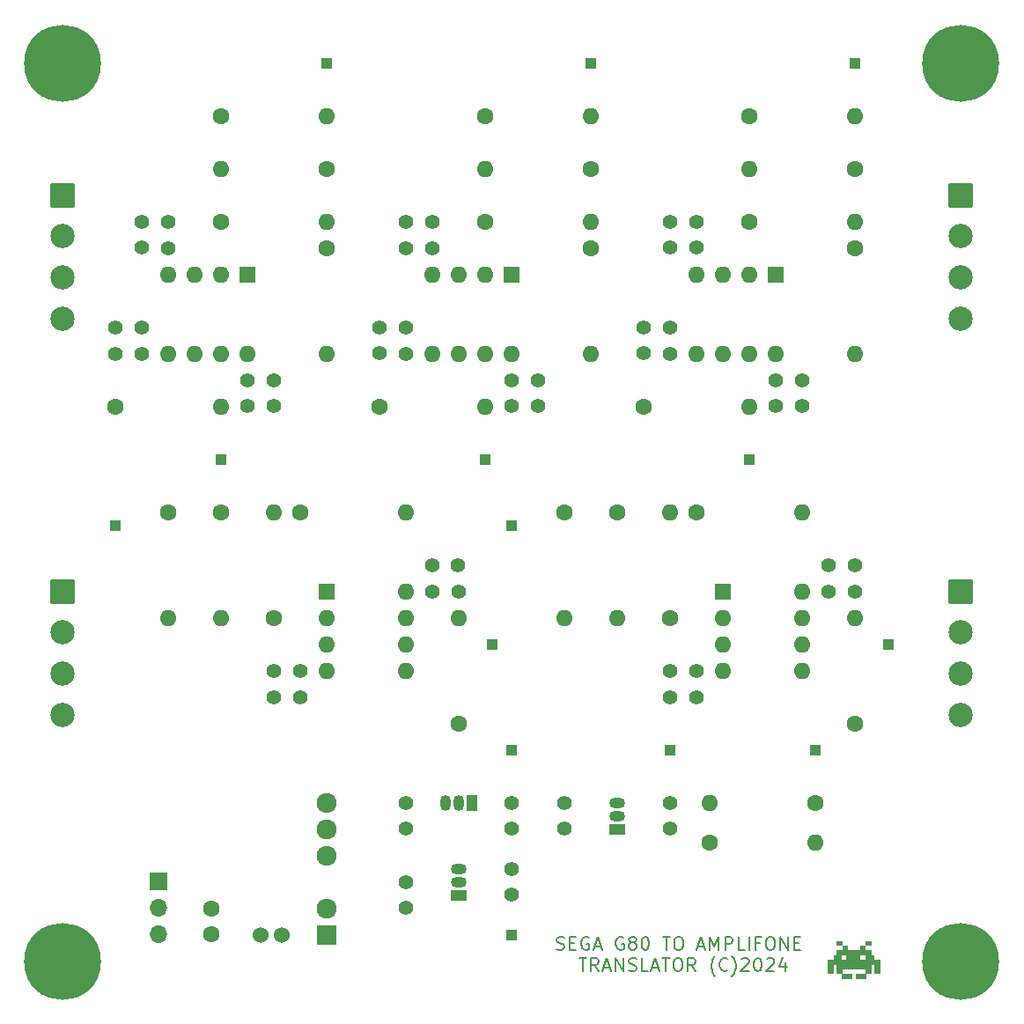
<source format=gbr>
%TF.GenerationSoftware,KiCad,Pcbnew,8.0.2*%
%TF.CreationDate,2024-06-01T12:45:59-06:00*%
%TF.ProjectId,amplifone-sega-adapter,616d706c-6966-46f6-9e65-2d736567612d,rev?*%
%TF.SameCoordinates,Original*%
%TF.FileFunction,Soldermask,Top*%
%TF.FilePolarity,Negative*%
%FSLAX46Y46*%
G04 Gerber Fmt 4.6, Leading zero omitted, Abs format (unit mm)*
G04 Created by KiCad (PCBNEW 8.0.2) date 2024-06-01 12:45:59*
%MOMM*%
%LPD*%
G01*
G04 APERTURE LIST*
G04 Aperture macros list*
%AMRoundRect*
0 Rectangle with rounded corners*
0 $1 Rounding radius*
0 $2 $3 $4 $5 $6 $7 $8 $9 X,Y pos of 4 corners*
0 Add a 4 corners polygon primitive as box body*
4,1,4,$2,$3,$4,$5,$6,$7,$8,$9,$2,$3,0*
0 Add four circle primitives for the rounded corners*
1,1,$1+$1,$2,$3*
1,1,$1+$1,$4,$5*
1,1,$1+$1,$6,$7*
1,1,$1+$1,$8,$9*
0 Add four rect primitives between the rounded corners*
20,1,$1+$1,$2,$3,$4,$5,0*
20,1,$1+$1,$4,$5,$6,$7,0*
20,1,$1+$1,$6,$7,$8,$9,0*
20,1,$1+$1,$8,$9,$2,$3,0*%
G04 Aperture macros list end*
%ADD10C,0.203200*%
%ADD11C,0.000000*%
%ADD12C,1.400000*%
%ADD13C,1.600000*%
%ADD14O,1.600000X1.600000*%
%ADD15RoundRect,0.102000X-1.065000X1.065000X-1.065000X-1.065000X1.065000X-1.065000X1.065000X1.065000X0*%
%ADD16C,2.334000*%
%ADD17C,0.800000*%
%ADD18C,7.400000*%
%ADD19R,1.000000X1.000000*%
%ADD20R,1.600000X1.600000*%
%ADD21RoundRect,0.102000X0.862500X-0.862500X0.862500X0.862500X-0.862500X0.862500X-0.862500X-0.862500X0*%
%ADD22C,1.929000*%
%ADD23R,1.500000X1.050000*%
%ADD24O,1.500000X1.050000*%
%ADD25R,1.050000X1.500000*%
%ADD26O,1.050000X1.500000*%
%ADD27R,1.700000X1.700000*%
%ADD28O,1.700000X1.700000*%
%ADD29C,1.524000*%
G04 APERTURE END LIST*
D10*
X75413809Y-113159169D02*
X75595238Y-113219645D01*
X75595238Y-113219645D02*
X75897619Y-113219645D01*
X75897619Y-113219645D02*
X76018571Y-113159169D01*
X76018571Y-113159169D02*
X76079047Y-113098692D01*
X76079047Y-113098692D02*
X76139524Y-112977740D01*
X76139524Y-112977740D02*
X76139524Y-112856788D01*
X76139524Y-112856788D02*
X76079047Y-112735835D01*
X76079047Y-112735835D02*
X76018571Y-112675359D01*
X76018571Y-112675359D02*
X75897619Y-112614883D01*
X75897619Y-112614883D02*
X75655714Y-112554407D01*
X75655714Y-112554407D02*
X75534762Y-112493930D01*
X75534762Y-112493930D02*
X75474285Y-112433454D01*
X75474285Y-112433454D02*
X75413809Y-112312502D01*
X75413809Y-112312502D02*
X75413809Y-112191549D01*
X75413809Y-112191549D02*
X75474285Y-112070597D01*
X75474285Y-112070597D02*
X75534762Y-112010121D01*
X75534762Y-112010121D02*
X75655714Y-111949645D01*
X75655714Y-111949645D02*
X75958095Y-111949645D01*
X75958095Y-111949645D02*
X76139524Y-112010121D01*
X76683809Y-112554407D02*
X77107143Y-112554407D01*
X77288571Y-113219645D02*
X76683809Y-113219645D01*
X76683809Y-113219645D02*
X76683809Y-111949645D01*
X76683809Y-111949645D02*
X77288571Y-111949645D01*
X78498096Y-112010121D02*
X78377143Y-111949645D01*
X78377143Y-111949645D02*
X78195715Y-111949645D01*
X78195715Y-111949645D02*
X78014286Y-112010121D01*
X78014286Y-112010121D02*
X77893334Y-112131073D01*
X77893334Y-112131073D02*
X77832857Y-112252026D01*
X77832857Y-112252026D02*
X77772381Y-112493930D01*
X77772381Y-112493930D02*
X77772381Y-112675359D01*
X77772381Y-112675359D02*
X77832857Y-112917264D01*
X77832857Y-112917264D02*
X77893334Y-113038216D01*
X77893334Y-113038216D02*
X78014286Y-113159169D01*
X78014286Y-113159169D02*
X78195715Y-113219645D01*
X78195715Y-113219645D02*
X78316667Y-113219645D01*
X78316667Y-113219645D02*
X78498096Y-113159169D01*
X78498096Y-113159169D02*
X78558572Y-113098692D01*
X78558572Y-113098692D02*
X78558572Y-112675359D01*
X78558572Y-112675359D02*
X78316667Y-112675359D01*
X79042381Y-112856788D02*
X79647143Y-112856788D01*
X78921429Y-113219645D02*
X79344762Y-111949645D01*
X79344762Y-111949645D02*
X79768096Y-113219645D01*
X81824286Y-112010121D02*
X81703333Y-111949645D01*
X81703333Y-111949645D02*
X81521905Y-111949645D01*
X81521905Y-111949645D02*
X81340476Y-112010121D01*
X81340476Y-112010121D02*
X81219524Y-112131073D01*
X81219524Y-112131073D02*
X81159047Y-112252026D01*
X81159047Y-112252026D02*
X81098571Y-112493930D01*
X81098571Y-112493930D02*
X81098571Y-112675359D01*
X81098571Y-112675359D02*
X81159047Y-112917264D01*
X81159047Y-112917264D02*
X81219524Y-113038216D01*
X81219524Y-113038216D02*
X81340476Y-113159169D01*
X81340476Y-113159169D02*
X81521905Y-113219645D01*
X81521905Y-113219645D02*
X81642857Y-113219645D01*
X81642857Y-113219645D02*
X81824286Y-113159169D01*
X81824286Y-113159169D02*
X81884762Y-113098692D01*
X81884762Y-113098692D02*
X81884762Y-112675359D01*
X81884762Y-112675359D02*
X81642857Y-112675359D01*
X82610476Y-112493930D02*
X82489524Y-112433454D01*
X82489524Y-112433454D02*
X82429047Y-112372978D01*
X82429047Y-112372978D02*
X82368571Y-112252026D01*
X82368571Y-112252026D02*
X82368571Y-112191549D01*
X82368571Y-112191549D02*
X82429047Y-112070597D01*
X82429047Y-112070597D02*
X82489524Y-112010121D01*
X82489524Y-112010121D02*
X82610476Y-111949645D01*
X82610476Y-111949645D02*
X82852381Y-111949645D01*
X82852381Y-111949645D02*
X82973333Y-112010121D01*
X82973333Y-112010121D02*
X83033809Y-112070597D01*
X83033809Y-112070597D02*
X83094286Y-112191549D01*
X83094286Y-112191549D02*
X83094286Y-112252026D01*
X83094286Y-112252026D02*
X83033809Y-112372978D01*
X83033809Y-112372978D02*
X82973333Y-112433454D01*
X82973333Y-112433454D02*
X82852381Y-112493930D01*
X82852381Y-112493930D02*
X82610476Y-112493930D01*
X82610476Y-112493930D02*
X82489524Y-112554407D01*
X82489524Y-112554407D02*
X82429047Y-112614883D01*
X82429047Y-112614883D02*
X82368571Y-112735835D01*
X82368571Y-112735835D02*
X82368571Y-112977740D01*
X82368571Y-112977740D02*
X82429047Y-113098692D01*
X82429047Y-113098692D02*
X82489524Y-113159169D01*
X82489524Y-113159169D02*
X82610476Y-113219645D01*
X82610476Y-113219645D02*
X82852381Y-113219645D01*
X82852381Y-113219645D02*
X82973333Y-113159169D01*
X82973333Y-113159169D02*
X83033809Y-113098692D01*
X83033809Y-113098692D02*
X83094286Y-112977740D01*
X83094286Y-112977740D02*
X83094286Y-112735835D01*
X83094286Y-112735835D02*
X83033809Y-112614883D01*
X83033809Y-112614883D02*
X82973333Y-112554407D01*
X82973333Y-112554407D02*
X82852381Y-112493930D01*
X83880476Y-111949645D02*
X84001429Y-111949645D01*
X84001429Y-111949645D02*
X84122381Y-112010121D01*
X84122381Y-112010121D02*
X84182857Y-112070597D01*
X84182857Y-112070597D02*
X84243333Y-112191549D01*
X84243333Y-112191549D02*
X84303810Y-112433454D01*
X84303810Y-112433454D02*
X84303810Y-112735835D01*
X84303810Y-112735835D02*
X84243333Y-112977740D01*
X84243333Y-112977740D02*
X84182857Y-113098692D01*
X84182857Y-113098692D02*
X84122381Y-113159169D01*
X84122381Y-113159169D02*
X84001429Y-113219645D01*
X84001429Y-113219645D02*
X83880476Y-113219645D01*
X83880476Y-113219645D02*
X83759524Y-113159169D01*
X83759524Y-113159169D02*
X83699048Y-113098692D01*
X83699048Y-113098692D02*
X83638571Y-112977740D01*
X83638571Y-112977740D02*
X83578095Y-112735835D01*
X83578095Y-112735835D02*
X83578095Y-112433454D01*
X83578095Y-112433454D02*
X83638571Y-112191549D01*
X83638571Y-112191549D02*
X83699048Y-112070597D01*
X83699048Y-112070597D02*
X83759524Y-112010121D01*
X83759524Y-112010121D02*
X83880476Y-111949645D01*
X85634286Y-111949645D02*
X86360000Y-111949645D01*
X85997143Y-113219645D02*
X85997143Y-111949645D01*
X87025238Y-111949645D02*
X87267143Y-111949645D01*
X87267143Y-111949645D02*
X87388095Y-112010121D01*
X87388095Y-112010121D02*
X87509048Y-112131073D01*
X87509048Y-112131073D02*
X87569524Y-112372978D01*
X87569524Y-112372978D02*
X87569524Y-112796311D01*
X87569524Y-112796311D02*
X87509048Y-113038216D01*
X87509048Y-113038216D02*
X87388095Y-113159169D01*
X87388095Y-113159169D02*
X87267143Y-113219645D01*
X87267143Y-113219645D02*
X87025238Y-113219645D01*
X87025238Y-113219645D02*
X86904286Y-113159169D01*
X86904286Y-113159169D02*
X86783333Y-113038216D01*
X86783333Y-113038216D02*
X86722857Y-112796311D01*
X86722857Y-112796311D02*
X86722857Y-112372978D01*
X86722857Y-112372978D02*
X86783333Y-112131073D01*
X86783333Y-112131073D02*
X86904286Y-112010121D01*
X86904286Y-112010121D02*
X87025238Y-111949645D01*
X89020952Y-112856788D02*
X89625714Y-112856788D01*
X88900000Y-113219645D02*
X89323333Y-111949645D01*
X89323333Y-111949645D02*
X89746667Y-113219645D01*
X90169999Y-113219645D02*
X90169999Y-111949645D01*
X90169999Y-111949645D02*
X90593333Y-112856788D01*
X90593333Y-112856788D02*
X91016666Y-111949645D01*
X91016666Y-111949645D02*
X91016666Y-113219645D01*
X91621428Y-113219645D02*
X91621428Y-111949645D01*
X91621428Y-111949645D02*
X92105238Y-111949645D01*
X92105238Y-111949645D02*
X92226190Y-112010121D01*
X92226190Y-112010121D02*
X92286667Y-112070597D01*
X92286667Y-112070597D02*
X92347143Y-112191549D01*
X92347143Y-112191549D02*
X92347143Y-112372978D01*
X92347143Y-112372978D02*
X92286667Y-112493930D01*
X92286667Y-112493930D02*
X92226190Y-112554407D01*
X92226190Y-112554407D02*
X92105238Y-112614883D01*
X92105238Y-112614883D02*
X91621428Y-112614883D01*
X93496190Y-113219645D02*
X92891428Y-113219645D01*
X92891428Y-113219645D02*
X92891428Y-111949645D01*
X93919523Y-113219645D02*
X93919523Y-111949645D01*
X94947619Y-112554407D02*
X94524285Y-112554407D01*
X94524285Y-113219645D02*
X94524285Y-111949645D01*
X94524285Y-111949645D02*
X95129047Y-111949645D01*
X95854761Y-111949645D02*
X96096666Y-111949645D01*
X96096666Y-111949645D02*
X96217618Y-112010121D01*
X96217618Y-112010121D02*
X96338571Y-112131073D01*
X96338571Y-112131073D02*
X96399047Y-112372978D01*
X96399047Y-112372978D02*
X96399047Y-112796311D01*
X96399047Y-112796311D02*
X96338571Y-113038216D01*
X96338571Y-113038216D02*
X96217618Y-113159169D01*
X96217618Y-113159169D02*
X96096666Y-113219645D01*
X96096666Y-113219645D02*
X95854761Y-113219645D01*
X95854761Y-113219645D02*
X95733809Y-113159169D01*
X95733809Y-113159169D02*
X95612856Y-113038216D01*
X95612856Y-113038216D02*
X95552380Y-112796311D01*
X95552380Y-112796311D02*
X95552380Y-112372978D01*
X95552380Y-112372978D02*
X95612856Y-112131073D01*
X95612856Y-112131073D02*
X95733809Y-112010121D01*
X95733809Y-112010121D02*
X95854761Y-111949645D01*
X96943332Y-113219645D02*
X96943332Y-111949645D01*
X96943332Y-111949645D02*
X97669047Y-113219645D01*
X97669047Y-113219645D02*
X97669047Y-111949645D01*
X98273808Y-112554407D02*
X98697142Y-112554407D01*
X98878570Y-113219645D02*
X98273808Y-113219645D01*
X98273808Y-113219645D02*
X98273808Y-111949645D01*
X98273808Y-111949645D02*
X98878570Y-111949645D01*
X77590952Y-113994274D02*
X78316666Y-113994274D01*
X77953809Y-115264274D02*
X77953809Y-113994274D01*
X79465714Y-115264274D02*
X79042380Y-114659512D01*
X78739999Y-115264274D02*
X78739999Y-113994274D01*
X78739999Y-113994274D02*
X79223809Y-113994274D01*
X79223809Y-113994274D02*
X79344761Y-114054750D01*
X79344761Y-114054750D02*
X79405238Y-114115226D01*
X79405238Y-114115226D02*
X79465714Y-114236178D01*
X79465714Y-114236178D02*
X79465714Y-114417607D01*
X79465714Y-114417607D02*
X79405238Y-114538559D01*
X79405238Y-114538559D02*
X79344761Y-114599036D01*
X79344761Y-114599036D02*
X79223809Y-114659512D01*
X79223809Y-114659512D02*
X78739999Y-114659512D01*
X79949523Y-114901417D02*
X80554285Y-114901417D01*
X79828571Y-115264274D02*
X80251904Y-113994274D01*
X80251904Y-113994274D02*
X80675238Y-115264274D01*
X81098570Y-115264274D02*
X81098570Y-113994274D01*
X81098570Y-113994274D02*
X81824285Y-115264274D01*
X81824285Y-115264274D02*
X81824285Y-113994274D01*
X82368570Y-115203798D02*
X82549999Y-115264274D01*
X82549999Y-115264274D02*
X82852380Y-115264274D01*
X82852380Y-115264274D02*
X82973332Y-115203798D01*
X82973332Y-115203798D02*
X83033808Y-115143321D01*
X83033808Y-115143321D02*
X83094285Y-115022369D01*
X83094285Y-115022369D02*
X83094285Y-114901417D01*
X83094285Y-114901417D02*
X83033808Y-114780464D01*
X83033808Y-114780464D02*
X82973332Y-114719988D01*
X82973332Y-114719988D02*
X82852380Y-114659512D01*
X82852380Y-114659512D02*
X82610475Y-114599036D01*
X82610475Y-114599036D02*
X82489523Y-114538559D01*
X82489523Y-114538559D02*
X82429046Y-114478083D01*
X82429046Y-114478083D02*
X82368570Y-114357131D01*
X82368570Y-114357131D02*
X82368570Y-114236178D01*
X82368570Y-114236178D02*
X82429046Y-114115226D01*
X82429046Y-114115226D02*
X82489523Y-114054750D01*
X82489523Y-114054750D02*
X82610475Y-113994274D01*
X82610475Y-113994274D02*
X82912856Y-113994274D01*
X82912856Y-113994274D02*
X83094285Y-114054750D01*
X84243332Y-115264274D02*
X83638570Y-115264274D01*
X83638570Y-115264274D02*
X83638570Y-113994274D01*
X84606189Y-114901417D02*
X85210951Y-114901417D01*
X84485237Y-115264274D02*
X84908570Y-113994274D01*
X84908570Y-113994274D02*
X85331904Y-115264274D01*
X85573808Y-113994274D02*
X86299522Y-113994274D01*
X85936665Y-115264274D02*
X85936665Y-113994274D01*
X86964760Y-113994274D02*
X87206665Y-113994274D01*
X87206665Y-113994274D02*
X87327617Y-114054750D01*
X87327617Y-114054750D02*
X87448570Y-114175702D01*
X87448570Y-114175702D02*
X87509046Y-114417607D01*
X87509046Y-114417607D02*
X87509046Y-114840940D01*
X87509046Y-114840940D02*
X87448570Y-115082845D01*
X87448570Y-115082845D02*
X87327617Y-115203798D01*
X87327617Y-115203798D02*
X87206665Y-115264274D01*
X87206665Y-115264274D02*
X86964760Y-115264274D01*
X86964760Y-115264274D02*
X86843808Y-115203798D01*
X86843808Y-115203798D02*
X86722855Y-115082845D01*
X86722855Y-115082845D02*
X86662379Y-114840940D01*
X86662379Y-114840940D02*
X86662379Y-114417607D01*
X86662379Y-114417607D02*
X86722855Y-114175702D01*
X86722855Y-114175702D02*
X86843808Y-114054750D01*
X86843808Y-114054750D02*
X86964760Y-113994274D01*
X88779046Y-115264274D02*
X88355712Y-114659512D01*
X88053331Y-115264274D02*
X88053331Y-113994274D01*
X88053331Y-113994274D02*
X88537141Y-113994274D01*
X88537141Y-113994274D02*
X88658093Y-114054750D01*
X88658093Y-114054750D02*
X88718570Y-114115226D01*
X88718570Y-114115226D02*
X88779046Y-114236178D01*
X88779046Y-114236178D02*
X88779046Y-114417607D01*
X88779046Y-114417607D02*
X88718570Y-114538559D01*
X88718570Y-114538559D02*
X88658093Y-114599036D01*
X88658093Y-114599036D02*
X88537141Y-114659512D01*
X88537141Y-114659512D02*
X88053331Y-114659512D01*
X90653808Y-115748083D02*
X90593331Y-115687607D01*
X90593331Y-115687607D02*
X90472379Y-115506178D01*
X90472379Y-115506178D02*
X90411903Y-115385226D01*
X90411903Y-115385226D02*
X90351427Y-115203798D01*
X90351427Y-115203798D02*
X90290950Y-114901417D01*
X90290950Y-114901417D02*
X90290950Y-114659512D01*
X90290950Y-114659512D02*
X90351427Y-114357131D01*
X90351427Y-114357131D02*
X90411903Y-114175702D01*
X90411903Y-114175702D02*
X90472379Y-114054750D01*
X90472379Y-114054750D02*
X90593331Y-113873321D01*
X90593331Y-113873321D02*
X90653808Y-113812845D01*
X91863332Y-115143321D02*
X91802856Y-115203798D01*
X91802856Y-115203798D02*
X91621427Y-115264274D01*
X91621427Y-115264274D02*
X91500475Y-115264274D01*
X91500475Y-115264274D02*
X91319046Y-115203798D01*
X91319046Y-115203798D02*
X91198094Y-115082845D01*
X91198094Y-115082845D02*
X91137617Y-114961893D01*
X91137617Y-114961893D02*
X91077141Y-114719988D01*
X91077141Y-114719988D02*
X91077141Y-114538559D01*
X91077141Y-114538559D02*
X91137617Y-114296655D01*
X91137617Y-114296655D02*
X91198094Y-114175702D01*
X91198094Y-114175702D02*
X91319046Y-114054750D01*
X91319046Y-114054750D02*
X91500475Y-113994274D01*
X91500475Y-113994274D02*
X91621427Y-113994274D01*
X91621427Y-113994274D02*
X91802856Y-114054750D01*
X91802856Y-114054750D02*
X91863332Y-114115226D01*
X92286665Y-115748083D02*
X92347141Y-115687607D01*
X92347141Y-115687607D02*
X92468094Y-115506178D01*
X92468094Y-115506178D02*
X92528570Y-115385226D01*
X92528570Y-115385226D02*
X92589046Y-115203798D01*
X92589046Y-115203798D02*
X92649522Y-114901417D01*
X92649522Y-114901417D02*
X92649522Y-114659512D01*
X92649522Y-114659512D02*
X92589046Y-114357131D01*
X92589046Y-114357131D02*
X92528570Y-114175702D01*
X92528570Y-114175702D02*
X92468094Y-114054750D01*
X92468094Y-114054750D02*
X92347141Y-113873321D01*
X92347141Y-113873321D02*
X92286665Y-113812845D01*
X93193808Y-114115226D02*
X93254284Y-114054750D01*
X93254284Y-114054750D02*
X93375237Y-113994274D01*
X93375237Y-113994274D02*
X93677618Y-113994274D01*
X93677618Y-113994274D02*
X93798570Y-114054750D01*
X93798570Y-114054750D02*
X93859046Y-114115226D01*
X93859046Y-114115226D02*
X93919523Y-114236178D01*
X93919523Y-114236178D02*
X93919523Y-114357131D01*
X93919523Y-114357131D02*
X93859046Y-114538559D01*
X93859046Y-114538559D02*
X93133332Y-115264274D01*
X93133332Y-115264274D02*
X93919523Y-115264274D01*
X94705713Y-113994274D02*
X94826666Y-113994274D01*
X94826666Y-113994274D02*
X94947618Y-114054750D01*
X94947618Y-114054750D02*
X95008094Y-114115226D01*
X95008094Y-114115226D02*
X95068570Y-114236178D01*
X95068570Y-114236178D02*
X95129047Y-114478083D01*
X95129047Y-114478083D02*
X95129047Y-114780464D01*
X95129047Y-114780464D02*
X95068570Y-115022369D01*
X95068570Y-115022369D02*
X95008094Y-115143321D01*
X95008094Y-115143321D02*
X94947618Y-115203798D01*
X94947618Y-115203798D02*
X94826666Y-115264274D01*
X94826666Y-115264274D02*
X94705713Y-115264274D01*
X94705713Y-115264274D02*
X94584761Y-115203798D01*
X94584761Y-115203798D02*
X94524285Y-115143321D01*
X94524285Y-115143321D02*
X94463808Y-115022369D01*
X94463808Y-115022369D02*
X94403332Y-114780464D01*
X94403332Y-114780464D02*
X94403332Y-114478083D01*
X94403332Y-114478083D02*
X94463808Y-114236178D01*
X94463808Y-114236178D02*
X94524285Y-114115226D01*
X94524285Y-114115226D02*
X94584761Y-114054750D01*
X94584761Y-114054750D02*
X94705713Y-113994274D01*
X95612856Y-114115226D02*
X95673332Y-114054750D01*
X95673332Y-114054750D02*
X95794285Y-113994274D01*
X95794285Y-113994274D02*
X96096666Y-113994274D01*
X96096666Y-113994274D02*
X96217618Y-114054750D01*
X96217618Y-114054750D02*
X96278094Y-114115226D01*
X96278094Y-114115226D02*
X96338571Y-114236178D01*
X96338571Y-114236178D02*
X96338571Y-114357131D01*
X96338571Y-114357131D02*
X96278094Y-114538559D01*
X96278094Y-114538559D02*
X95552380Y-115264274D01*
X95552380Y-115264274D02*
X96338571Y-115264274D01*
X97427142Y-114417607D02*
X97427142Y-115264274D01*
X97124761Y-113933798D02*
X96822380Y-114840940D01*
X96822380Y-114840940D02*
X97608571Y-114840940D01*
D11*
%TO.C,G\u002A\u002A\u002A*%
G36*
X102957328Y-112817918D02*
G01*
X102353517Y-112817918D01*
X102353517Y-112363811D01*
X102957328Y-112363811D01*
X102957328Y-112817918D01*
G37*
G36*
X105686955Y-112817918D02*
G01*
X105083143Y-112817918D01*
X105083143Y-112363811D01*
X105686955Y-112363811D01*
X105686955Y-112817918D01*
G37*
G36*
X103412631Y-113043723D02*
G01*
X103413929Y-113269529D01*
X104626542Y-113269529D01*
X104627841Y-113043723D01*
X104629139Y-112817918D01*
X105083143Y-112817918D01*
X105083143Y-113272024D01*
X105686955Y-113272024D01*
X105686955Y-113725983D01*
X105988861Y-113728625D01*
X105990159Y-113954391D01*
X105991457Y-114180158D01*
X106292065Y-114181444D01*
X106592672Y-114182731D01*
X106593937Y-114865177D01*
X106595203Y-115547622D01*
X106294527Y-115546336D01*
X105993851Y-115545049D01*
X105988861Y-114636837D01*
X105849136Y-114635437D01*
X105812254Y-114635167D01*
X105778215Y-114635107D01*
X105748420Y-114635243D01*
X105724270Y-114635564D01*
X105707166Y-114636058D01*
X105698510Y-114636711D01*
X105698183Y-114636780D01*
X105686955Y-114639522D01*
X105686955Y-115547544D01*
X105232950Y-115547544D01*
X105231652Y-115773350D01*
X105230354Y-115999155D01*
X104172436Y-115999155D01*
X104171138Y-115773376D01*
X104169839Y-115547597D01*
X104625244Y-115546323D01*
X105080648Y-115545049D01*
X105081947Y-115319244D01*
X105083245Y-115093438D01*
X102957226Y-115093438D01*
X102958525Y-115319244D01*
X102959823Y-115545049D01*
X103415228Y-115546323D01*
X103870632Y-115547597D01*
X103869334Y-115773376D01*
X103868035Y-115999155D01*
X103341179Y-116000426D01*
X103269500Y-116000567D01*
X103200635Y-116000642D01*
X103135239Y-116000654D01*
X103073967Y-116000604D01*
X103017476Y-116000496D01*
X102966420Y-116000332D01*
X102921457Y-116000114D01*
X102883240Y-115999846D01*
X102852427Y-115999529D01*
X102829673Y-115999166D01*
X102815634Y-115998760D01*
X102810972Y-115998346D01*
X102810280Y-115992814D01*
X102809636Y-115978320D01*
X102809055Y-115955880D01*
X102808553Y-115926514D01*
X102808144Y-115891239D01*
X102807843Y-115851072D01*
X102807666Y-115807031D01*
X102807623Y-115771271D01*
X102807623Y-115547544D01*
X102353517Y-115547544D01*
X102353517Y-114639522D01*
X102342289Y-114636780D01*
X102334492Y-114636112D01*
X102318118Y-114635603D01*
X102294566Y-114635266D01*
X102265239Y-114635111D01*
X102231537Y-114635153D01*
X102194862Y-114635403D01*
X102191336Y-114635437D01*
X102051611Y-114636837D01*
X102046621Y-115545049D01*
X101745945Y-115546336D01*
X101445269Y-115547622D01*
X101446534Y-114865177D01*
X101447800Y-114182731D01*
X101748407Y-114181444D01*
X102030781Y-114180236D01*
X102807521Y-114180236D01*
X103261729Y-114180236D01*
X104628936Y-114180236D01*
X105083143Y-114180236D01*
X105083143Y-113731310D01*
X105071916Y-113728581D01*
X105064662Y-113728035D01*
X105048519Y-113727589D01*
X105024578Y-113727249D01*
X104993931Y-113727023D01*
X104957668Y-113726917D01*
X104916880Y-113726936D01*
X104872659Y-113727089D01*
X104846110Y-113727239D01*
X104631532Y-113728625D01*
X104630234Y-113954430D01*
X104628936Y-114180236D01*
X103261729Y-114180236D01*
X103261729Y-113726028D01*
X103035923Y-113727326D01*
X102810118Y-113728625D01*
X102808819Y-113954430D01*
X102807521Y-114180236D01*
X102030781Y-114180236D01*
X102049014Y-114180158D01*
X102050313Y-113954391D01*
X102051611Y-113728625D01*
X102353517Y-113725983D01*
X102353517Y-113272024D01*
X102957328Y-113272024D01*
X102957328Y-112817918D01*
X103411332Y-112817918D01*
X103412631Y-113043723D01*
G37*
%TD*%
D12*
%TO.C,C33*%
X35560000Y-55880000D03*
X35560000Y-53380000D03*
%TD*%
%TO.C,C32*%
X33020000Y-55880000D03*
X33020000Y-53380000D03*
%TD*%
%TO.C,C31*%
X60960000Y-55880000D03*
X60960000Y-53380000D03*
%TD*%
%TO.C,C30*%
X58420000Y-55860000D03*
X58420000Y-53360000D03*
%TD*%
%TO.C,C24*%
X86360000Y-43180000D03*
X86360000Y-45680000D03*
%TD*%
D13*
%TO.C,R3*%
X43140000Y-71120000D03*
D14*
X43140000Y-81280000D03*
%TD*%
D15*
%TO.C,J4*%
X114300000Y-40640000D03*
D16*
X114300000Y-44600000D03*
X114300000Y-48560000D03*
X114300000Y-52520000D03*
%TD*%
D13*
%TO.C,R9*%
X93980000Y-43180000D03*
D14*
X104140000Y-43180000D03*
%TD*%
D12*
%TO.C,C9*%
X63460000Y-76200000D03*
X65960000Y-76200000D03*
%TD*%
D17*
%TO.C,H1*%
X25165000Y-27940000D03*
X25977779Y-25977779D03*
X25977779Y-29902221D03*
X27940000Y-25165000D03*
D18*
X27940000Y-27940000D03*
D17*
X27940000Y-30715000D03*
X29902221Y-25977779D03*
X29902221Y-29902221D03*
X30715000Y-27940000D03*
%TD*%
%TO.C,H3*%
X25165000Y-114300000D03*
X25977779Y-112337779D03*
X25977779Y-116262221D03*
X27940000Y-111525000D03*
D18*
X27940000Y-114300000D03*
D17*
X27940000Y-117075000D03*
X29902221Y-112337779D03*
X29902221Y-116262221D03*
X30715000Y-114300000D03*
%TD*%
D13*
%TO.C,R21*%
X53340000Y-45720000D03*
D14*
X53340000Y-55880000D03*
%TD*%
D13*
%TO.C,R7*%
X83820000Y-60960000D03*
D14*
X93980000Y-60960000D03*
%TD*%
D12*
%TO.C,C16*%
X71120000Y-58420000D03*
X71120000Y-60920000D03*
%TD*%
D19*
%TO.C,TP12*%
X43180000Y-66040000D03*
%TD*%
D13*
%TO.C,R8*%
X48220000Y-81280000D03*
D14*
X48220000Y-71120000D03*
%TD*%
D20*
%TO.C,U5*%
X45720000Y-48260000D03*
D14*
X43180000Y-48260000D03*
X40640000Y-48260000D03*
X38100000Y-48260000D03*
X38100000Y-55880000D03*
X40640000Y-55880000D03*
X43180000Y-55880000D03*
X45720000Y-55880000D03*
%TD*%
D15*
%TO.C,J3*%
X114300000Y-78740000D03*
D16*
X114300000Y-82700000D03*
X114300000Y-86660000D03*
X114300000Y-90620000D03*
%TD*%
D19*
%TO.C,TP6*%
X78740000Y-27940000D03*
%TD*%
D13*
%TO.C,R5*%
X38060000Y-71120000D03*
D14*
X38060000Y-81280000D03*
%TD*%
D19*
%TO.C,TP9*%
X71120000Y-72390000D03*
%TD*%
D12*
%TO.C,C4*%
X86360000Y-55880000D03*
X86360000Y-53380000D03*
%TD*%
D13*
%TO.C,R22*%
X53340000Y-38100000D03*
D14*
X43180000Y-38100000D03*
%TD*%
D12*
%TO.C,C15*%
X73660000Y-58420000D03*
X73660000Y-60920000D03*
%TD*%
D13*
%TO.C,R2*%
X104140000Y-45720000D03*
D14*
X104140000Y-55880000D03*
%TD*%
D19*
%TO.C,TP2*%
X71120000Y-111760000D03*
%TD*%
%TO.C,TP1*%
X71120000Y-93980000D03*
%TD*%
D20*
%TO.C,U4*%
X91440000Y-78740000D03*
D14*
X91440000Y-81280000D03*
X91440000Y-83820000D03*
X91440000Y-86360000D03*
X99060000Y-86360000D03*
X99060000Y-83820000D03*
X99060000Y-81280000D03*
X99060000Y-78740000D03*
%TD*%
D13*
%TO.C,R25*%
X33020000Y-60960000D03*
D14*
X43180000Y-60960000D03*
%TD*%
D19*
%TO.C,TP7*%
X53340000Y-27940000D03*
%TD*%
D12*
%TO.C,C12*%
X101600000Y-78740000D03*
X104100000Y-78740000D03*
%TD*%
%TO.C,C10*%
X63500000Y-78740000D03*
X66000000Y-78740000D03*
%TD*%
D19*
%TO.C,TP10*%
X93980000Y-66040000D03*
%TD*%
D21*
%TO.C,PS1*%
X53340000Y-111760000D03*
D22*
X53340000Y-109220000D03*
X53340000Y-104140000D03*
X53340000Y-101600000D03*
X53340000Y-99060000D03*
%TD*%
D12*
%TO.C,C6*%
X71120000Y-99060000D03*
X71120000Y-101560000D03*
%TD*%
%TO.C,C19*%
X48260000Y-86360000D03*
X50760000Y-86360000D03*
%TD*%
D23*
%TO.C,U8*%
X66040000Y-107950000D03*
D24*
X66040000Y-106680000D03*
X66040000Y-105410000D03*
%TD*%
D12*
%TO.C,C21*%
X86360000Y-86360000D03*
X88860000Y-86360000D03*
%TD*%
D13*
%TO.C,R6*%
X93980000Y-33020000D03*
D14*
X104140000Y-33020000D03*
%TD*%
D19*
%TO.C,TP13*%
X69215000Y-83820000D03*
%TD*%
D17*
%TO.C,H4*%
X111525000Y-114300000D03*
X112337779Y-112337779D03*
X112337779Y-116262221D03*
X114300000Y-111525000D03*
D18*
X114300000Y-114300000D03*
D17*
X114300000Y-117075000D03*
X116262221Y-112337779D03*
X116262221Y-116262221D03*
X117075000Y-114300000D03*
%TD*%
D12*
%TO.C,C5*%
X60960000Y-99060000D03*
X60960000Y-101560000D03*
%TD*%
D13*
%TO.C,R11*%
X78740000Y-45720000D03*
D14*
X78740000Y-55880000D03*
%TD*%
D19*
%TO.C,TP8*%
X33020000Y-72390000D03*
%TD*%
D13*
%TO.C,C29*%
X42240000Y-111720000D03*
X42240000Y-109220000D03*
%TD*%
D12*
%TO.C,C1*%
X76200000Y-99060000D03*
X76200000Y-101560000D03*
%TD*%
D13*
%TO.C,R17*%
X58420000Y-60960000D03*
D14*
X68580000Y-60960000D03*
%TD*%
D13*
%TO.C,R13*%
X78740000Y-38100000D03*
D14*
X68580000Y-38100000D03*
%TD*%
D13*
%TO.C,R10*%
X66000000Y-91440000D03*
D14*
X66000000Y-81280000D03*
%TD*%
D12*
%TO.C,C2*%
X86360000Y-99060000D03*
X86360000Y-101560000D03*
%TD*%
D13*
%TO.C,R4*%
X104140000Y-38100000D03*
D14*
X93980000Y-38100000D03*
%TD*%
D13*
%TO.C,R18*%
X68580000Y-43180000D03*
D14*
X78740000Y-43180000D03*
%TD*%
D12*
%TO.C,C17*%
X48260000Y-58420000D03*
X48260000Y-60920000D03*
%TD*%
D13*
%TO.C,R23*%
X43180000Y-33020000D03*
D14*
X53340000Y-33020000D03*
%TD*%
D23*
%TO.C,U6*%
X81280000Y-101600000D03*
D24*
X81280000Y-100330000D03*
X81280000Y-99060000D03*
%TD*%
D12*
%TO.C,C26*%
X60960000Y-43220000D03*
X60960000Y-45720000D03*
%TD*%
%TO.C,C18*%
X45720000Y-58420000D03*
X45720000Y-60920000D03*
%TD*%
D20*
%TO.C,U2*%
X96520000Y-48260000D03*
D14*
X93980000Y-48260000D03*
X91440000Y-48260000D03*
X88900000Y-48260000D03*
X88900000Y-55880000D03*
X91440000Y-55880000D03*
X93980000Y-55880000D03*
X96520000Y-55880000D03*
%TD*%
D19*
%TO.C,TP3*%
X86360000Y-93980000D03*
%TD*%
D20*
%TO.C,U1*%
X53300000Y-78740000D03*
D14*
X53300000Y-81280000D03*
X53300000Y-83820000D03*
X53300000Y-86360000D03*
X60920000Y-86360000D03*
X60920000Y-83820000D03*
X60920000Y-81280000D03*
X60920000Y-78740000D03*
%TD*%
D13*
%TO.C,R15*%
X68580000Y-33020000D03*
D14*
X78740000Y-33020000D03*
%TD*%
D12*
%TO.C,C7*%
X60960000Y-106680000D03*
X60960000Y-109180000D03*
%TD*%
D13*
%TO.C,R26*%
X90170000Y-102870000D03*
D14*
X100330000Y-102870000D03*
%TD*%
D13*
%TO.C,R16*%
X76200000Y-71120000D03*
D14*
X76200000Y-81280000D03*
%TD*%
D13*
%TO.C,R19*%
X86360000Y-81280000D03*
D14*
X86360000Y-71120000D03*
%TD*%
D13*
%TO.C,R27*%
X43180000Y-43180000D03*
D14*
X53340000Y-43180000D03*
%TD*%
D12*
%TO.C,C13*%
X99060000Y-58420000D03*
X99060000Y-60920000D03*
%TD*%
D25*
%TO.C,U7*%
X67310000Y-99060000D03*
D26*
X66040000Y-99060000D03*
X64770000Y-99060000D03*
%TD*%
D12*
%TO.C,C23*%
X88900000Y-43180000D03*
X88900000Y-45680000D03*
%TD*%
D20*
%TO.C,U3*%
X71120000Y-48260000D03*
D14*
X68580000Y-48260000D03*
X66040000Y-48260000D03*
X63500000Y-48260000D03*
X63500000Y-55880000D03*
X66040000Y-55880000D03*
X68580000Y-55880000D03*
X71120000Y-55880000D03*
%TD*%
D13*
%TO.C,R12*%
X88900000Y-71120000D03*
D14*
X99060000Y-71120000D03*
%TD*%
D27*
%TO.C,J0*%
X37160000Y-106640000D03*
D28*
X37160000Y-109180000D03*
X37160000Y-111720000D03*
%TD*%
D29*
%TO.C,L1*%
X46990000Y-111760000D03*
X48990000Y-111760000D03*
%TD*%
D12*
%TO.C,C28*%
X35560000Y-43180000D03*
X35560000Y-45680000D03*
%TD*%
D19*
%TO.C,TP4*%
X100330000Y-93980000D03*
%TD*%
D13*
%TO.C,R20*%
X104140000Y-91440000D03*
D14*
X104140000Y-81280000D03*
%TD*%
D13*
%TO.C,R14*%
X81280000Y-71120000D03*
D14*
X81280000Y-81280000D03*
%TD*%
D12*
%TO.C,C25*%
X63500000Y-43220000D03*
X63500000Y-45720000D03*
%TD*%
%TO.C,C20*%
X48260000Y-88900000D03*
X50760000Y-88900000D03*
%TD*%
D17*
%TO.C,H2*%
X111525000Y-27940000D03*
X112337779Y-25977779D03*
X112337779Y-29902221D03*
X114300000Y-25165000D03*
D18*
X114300000Y-27940000D03*
D17*
X114300000Y-30715000D03*
X116262221Y-25977779D03*
X116262221Y-29902221D03*
X117075000Y-27940000D03*
%TD*%
D13*
%TO.C,R24*%
X100330000Y-99060000D03*
D14*
X90170000Y-99060000D03*
%TD*%
D12*
%TO.C,C8*%
X71120000Y-105410000D03*
X71120000Y-107910000D03*
%TD*%
%TO.C,C14*%
X96520000Y-58420000D03*
X96520000Y-60920000D03*
%TD*%
D19*
%TO.C,TP11*%
X68580000Y-66040000D03*
%TD*%
D13*
%TO.C,R1*%
X50760000Y-71120000D03*
D14*
X60920000Y-71120000D03*
%TD*%
D15*
%TO.C,J1*%
X27940000Y-78740000D03*
D16*
X27940000Y-82700000D03*
X27940000Y-86660000D03*
X27940000Y-90620000D03*
%TD*%
D19*
%TO.C,TP14*%
X107315000Y-83820000D03*
%TD*%
D15*
%TO.C,J2*%
X27940000Y-40640000D03*
D16*
X27940000Y-44600000D03*
X27940000Y-48560000D03*
X27940000Y-52520000D03*
%TD*%
D12*
%TO.C,C22*%
X86360000Y-88900000D03*
X88860000Y-88900000D03*
%TD*%
%TO.C,C3*%
X83820000Y-53340000D03*
X83820000Y-55840000D03*
%TD*%
D19*
%TO.C,TP5*%
X104140000Y-27940000D03*
%TD*%
D12*
%TO.C,C11*%
X101600000Y-76200000D03*
X104100000Y-76200000D03*
%TD*%
%TO.C,C27*%
X38100000Y-43220000D03*
X38100000Y-45720000D03*
%TD*%
M02*

</source>
